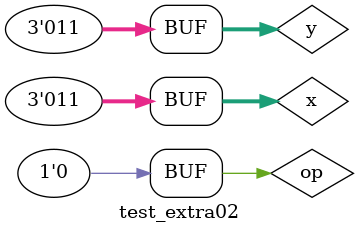
<source format=v>

module extra02  (output s, input operator, input [2:0]a, input [2:0]b); 
		 wire sxor1;
		 wire sxor2;
		 wire sxor3;
		 wire sxor4;
		 wire sxor5;
		 wire sxor6;
		 wire noperator;
		 wire sor;
		 wire sand1;
		 wire sand2;
		 
	xor XOR1 (sxor1,a[0],b[0]);
	xor XOR2 (sxor2,a[1],b[1]);
	xor XOR3 (sxor3,a[2],b[2]);

	or OR1 (sor,sxor1,sxor2,sxor3,sxor4);
	not NOT1 (notor,sor);
	and AND1 (sand1,operator,notor);
	not NOT2 (noperator,operator);
	and AND2 (sand2,noperator,sor);
	or OR2 (s,sand1,sand2);
	
endmodule //extra02;

module test_extra02;	
// ------------------------- definir dados 
	reg [2:0] x; 
	reg [2:0] y;
	reg op; 
	wire s;
		  
	extra02 ERROR (s,op,x,y);
		
// ------------------------- parte principal
	initial begin
	 	x = 3'b000;	y = 3'b111;  op = 1'b0;
			
	   $display("Exemplo0027 - João Henrique Mendes de Oliveira - 392734");
		$display("\n Chave 0 = Diferença \n Chave 1 = Equals \n");
		$monitor("x = %b	  y = %b	\n    Chave = %b	\n	Resultado = %b	\n\n", x, y, op, s);
	
		#1 x = 3'b111;	y = 3'b011;
		#1 op = 1'b1;
		#1 x = 3'b111;	y = 3'b111;
		#1 op = 1'b0;
		#1 x = 3'b011;	y = 3'b011;
	end

endmodule //Exemplo0027

</source>
